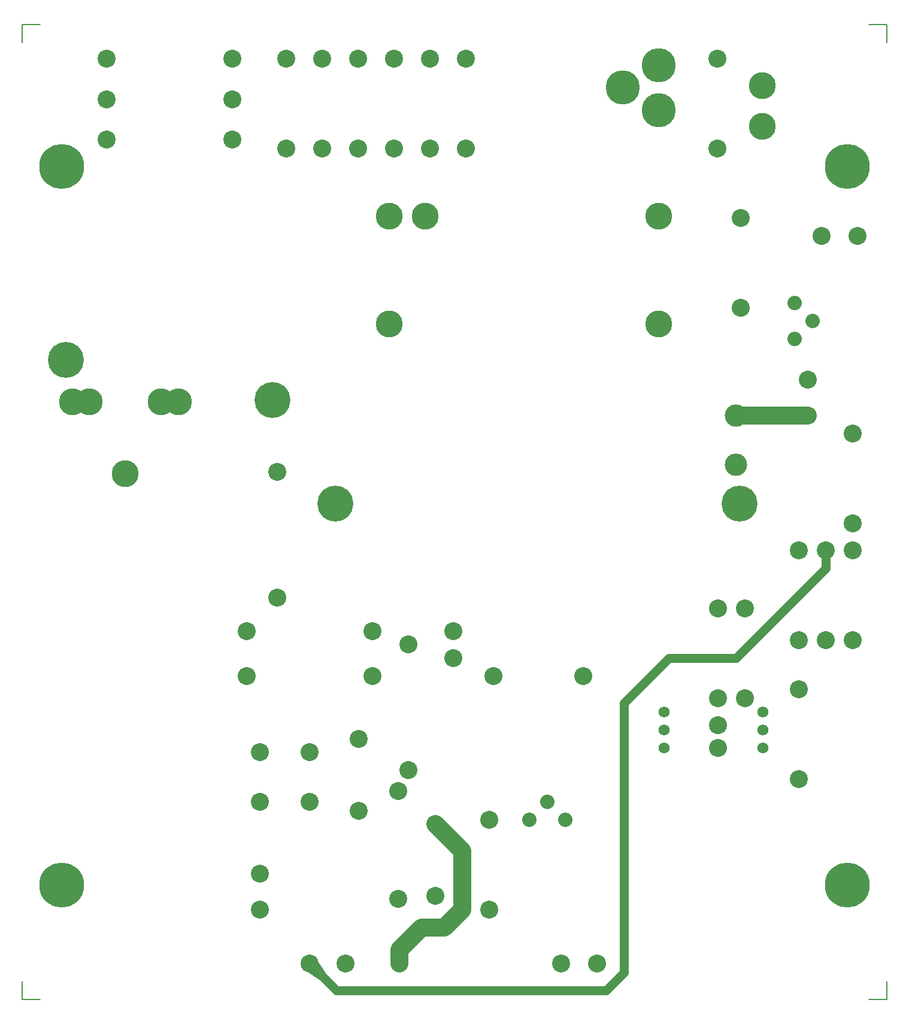
<source format=gbr>
G70*
%FSLAX43Y43*%
G04 Bils Pulser*
%LNKUPFERSEITE2*%
%ADD10C,0.005*%
%ADD11C,0.190*%
%ADD12C,0.100*%
%ADD13C,0.100*%
%ADD14C,0.150*%
%ADD15C,0.080*%
%ADD16C,0.200*%
%ADD17C,0.062*%
%ADD18C,0.080*%
%ADD19C,0.250*%
%ADD20C,0.075*%
%ADD21C,0.050*%
%ADD22C,0.100*%
%ADD23C,0.200*%
%ADD24C,0.010*%
%ADD25C,0.020*%
%ADD26C,0.025*%
%ADD27C,0.012*%
%ADD28C,0.110*%
%ADD29C,0.110*%
%ADD30C,0.160*%
%ADD31C,0.090*%
%ADD32C,0.210*%
%ADD33C,0.072*%
%ADD34C,0.090*%
%ADD35C,0.260*%
%ADD38C,0.185*%
%ADD39C,0.125*%
%ADD40C,0.135*%
%LPD*%
D10*
X2100Y7425D02*
X2000D01*
Y7325*
X6815D02*
Y7425D01*
X6715*
Y2000D02*
X6815D01*
Y2100*
X2000D02*
Y2000D01*
X2100*
D11*
X5545Y6950D03*
Y7200D03*
X5345Y7075D03*
D12*
X5875Y3525D03*
X5870Y6735D03*
X3420Y4235D03*
Y4935D03*
X6375Y5250D03*
X3600Y3100D03*
X3325D03*
Y3375D03*
X4300Y2975D03*
Y2575D03*
X3325Y2700D03*
Y2500D03*
X5875Y4175D03*
Y3675D03*
X6025Y4175D03*
Y3675D03*
X6325Y4000D03*
Y4500D03*
X6625Y4650D03*
X3470Y6735D03*
X3670D03*
X3870D03*
X4070D03*
X4270D03*
X4470D03*
X3950Y4050D03*
X3250D03*
X3950Y3800D03*
X3250D03*
X4150Y3275D03*
Y3975D03*
X4095Y2560D03*
Y3160D03*
X4600Y3000D03*
Y2500D03*
X3875Y3450D03*
Y3050D03*
X6000Y5850D03*
Y6350D03*
X3600Y2200D03*
X4400Y3900D03*
X4625Y3800D03*
X5125D03*
X6325Y3225D03*
Y3725D03*
X3170Y7235D03*
X2470D03*
X3170Y7010D03*
X2470D03*
Y6785D03*
X3170D03*
X3800Y2200D03*
X6475Y4500D03*
Y4000D03*
X5200Y2200D03*
X6650Y6250D03*
X5000Y2200D03*
X6625Y4000D03*
Y4500D03*
D13*
X5875Y3400D03*
X5870Y7235D03*
X6375Y5450D03*
X3600Y3375D03*
X6625Y5150D03*
X3470Y7235D03*
X3670D03*
X3870D03*
X4070D03*
X4270D03*
X4470D03*
X4400Y4050D03*
X6450Y6250D03*
D14*
X6120Y7085D03*
Y6860D03*
X2870Y5325D03*
X2280D03*
X2575Y4925D03*
X2775Y5325D03*
X2375D03*
X5545Y5760D03*
Y6360D03*
X4245D03*
X4045D03*
Y5760D03*
D15*
X6400Y5775D03*
X6300Y5675D03*
X4925Y3100D03*
X5025Y3000D03*
D16*
X5995Y4760D03*
X3745D03*
X2245Y5560D03*
X3395Y5335D03*
D17*
X6125Y3600D03*
Y3500D03*
Y3400D03*
X5575Y3600D03*
Y3500D03*
Y3400D03*
D18*
X6300Y5875D03*
X4825Y3000D03*
D19*
X2220Y6635D03*
X6595D03*
Y2635D03*
X2220D03*
D21*
X3670Y2129D02*
X3625Y2200D01*
X3653Y2146*
X3600Y2175*
X3670Y2129*
X3638Y2150D02*
X3647D01*
X3651D02*
X3657D01*
X3625Y2200D02*
X3625D01*
X3650Y2142D02*
Y2148D01*
Y2152D02*
Y2161D01*
X6475Y4500D02*
Y4400D01*
X5975Y3900*
X5600*
X5350Y3650*
Y2150*
X5250Y2050*
X3750*
X3670Y2129*
D22*
X6375Y5250D02*
X5975D01*
X4100Y2200D02*
Y2275D01*
X4225Y2400*
X4350*
X4450Y2500*
Y2825*
X4300Y2975*
D36*
X6200Y6375D03*
Y6475D03*
Y6575D03*
X3000Y2425D03*
Y2525D03*
Y2625D03*
D37*
X4100Y2200D03*
X4400D03*
X4700D03*
D39*
X5975Y4975D03*
Y5250D03*
X0Y0D02*
M02*

</source>
